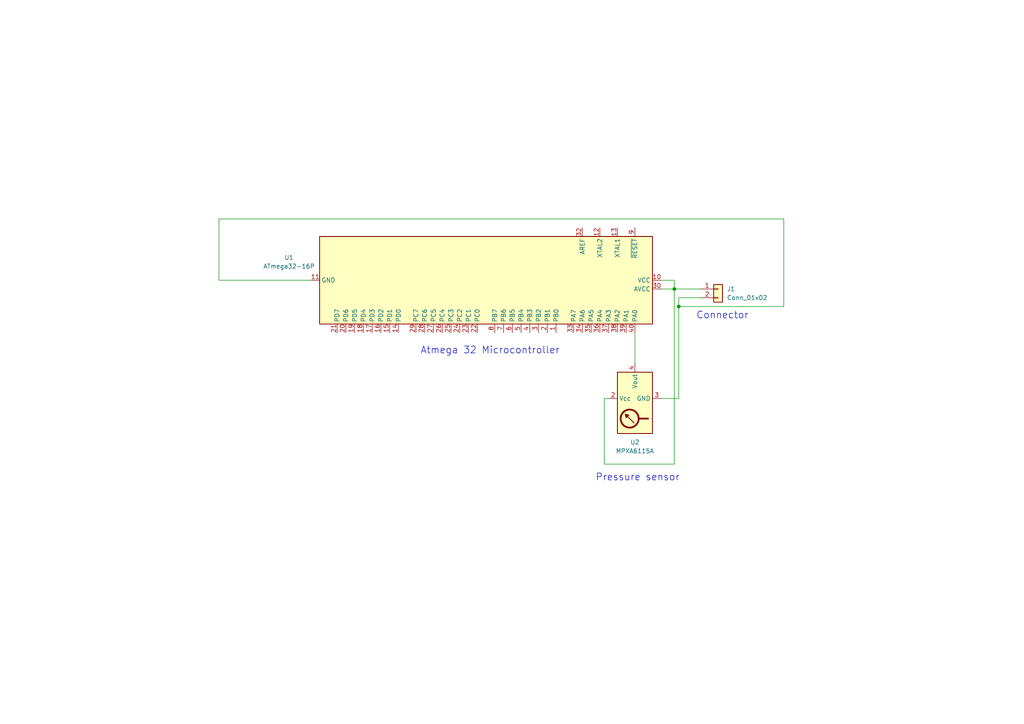
<source format=kicad_sch>
(kicad_sch (version 20211123) (generator eeschema)

  (uuid d0a498f7-e0b2-4185-8113-ef9357f9e508)

  (paper "A4")

  (title_block
    (title "Pressure sensor")
    (company "Group 13")
  )

  (lib_symbols
    (symbol "Connector_Generic:Conn_01x02" (pin_names (offset 1.016) hide) (in_bom yes) (on_board yes)
      (property "Reference" "J" (id 0) (at 0 2.54 0)
        (effects (font (size 1.27 1.27)))
      )
      (property "Value" "Conn_01x02" (id 1) (at 0 -5.08 0)
        (effects (font (size 1.27 1.27)))
      )
      (property "Footprint" "" (id 2) (at 0 0 0)
        (effects (font (size 1.27 1.27)) hide)
      )
      (property "Datasheet" "~" (id 3) (at 0 0 0)
        (effects (font (size 1.27 1.27)) hide)
      )
      (property "ki_keywords" "connector" (id 4) (at 0 0 0)
        (effects (font (size 1.27 1.27)) hide)
      )
      (property "ki_description" "Generic connector, single row, 01x02, script generated (kicad-library-utils/schlib/autogen/connector/)" (id 5) (at 0 0 0)
        (effects (font (size 1.27 1.27)) hide)
      )
      (property "ki_fp_filters" "Connector*:*_1x??_*" (id 6) (at 0 0 0)
        (effects (font (size 1.27 1.27)) hide)
      )
      (symbol "Conn_01x02_1_1"
        (rectangle (start -1.27 -2.413) (end 0 -2.667)
          (stroke (width 0.1524) (type default) (color 0 0 0 0))
          (fill (type none))
        )
        (rectangle (start -1.27 0.127) (end 0 -0.127)
          (stroke (width 0.1524) (type default) (color 0 0 0 0))
          (fill (type none))
        )
        (rectangle (start -1.27 1.27) (end 1.27 -3.81)
          (stroke (width 0.254) (type default) (color 0 0 0 0))
          (fill (type background))
        )
        (pin passive line (at -5.08 0 0) (length 3.81)
          (name "Pin_1" (effects (font (size 1.27 1.27))))
          (number "1" (effects (font (size 1.27 1.27))))
        )
        (pin passive line (at -5.08 -2.54 0) (length 3.81)
          (name "Pin_2" (effects (font (size 1.27 1.27))))
          (number "2" (effects (font (size 1.27 1.27))))
        )
      )
    )
    (symbol "MCU_Microchip_ATmega:ATmega32-16P" (in_bom yes) (on_board yes)
      (property "Reference" "U" (id 0) (at -12.7 49.53 0)
        (effects (font (size 1.27 1.27)) (justify left bottom))
      )
      (property "Value" "ATmega32-16P" (id 1) (at 2.54 -49.53 0)
        (effects (font (size 1.27 1.27)) (justify left top))
      )
      (property "Footprint" "Package_DIP:DIP-40_W15.24mm" (id 2) (at 0 0 0)
        (effects (font (size 1.27 1.27) italic) hide)
      )
      (property "Datasheet" "http://ww1.microchip.com/downloads/en/DeviceDoc/doc2503.pdf" (id 3) (at 0 0 0)
        (effects (font (size 1.27 1.27)) hide)
      )
      (property "ki_keywords" "AVR 8bit Microcontroller MegaAVR" (id 4) (at 0 0 0)
        (effects (font (size 1.27 1.27)) hide)
      )
      (property "ki_description" "16MHz, 32kB Flash, 2kB SRAM, 1kB EEPROM, JTAG, DIP-40" (id 5) (at 0 0 0)
        (effects (font (size 1.27 1.27)) hide)
      )
      (property "ki_fp_filters" "DIP*W15.24mm*" (id 6) (at 0 0 0)
        (effects (font (size 1.27 1.27)) hide)
      )
      (symbol "ATmega32-16P_0_1"
        (rectangle (start -12.7 -48.26) (end 12.7 48.26)
          (stroke (width 0.254) (type default) (color 0 0 0 0))
          (fill (type background))
        )
      )
      (symbol "ATmega32-16P_1_1"
        (pin bidirectional line (at 15.24 20.32 180) (length 2.54)
          (name "PB0" (effects (font (size 1.27 1.27))))
          (number "1" (effects (font (size 1.27 1.27))))
        )
        (pin power_in line (at 0 50.8 270) (length 2.54)
          (name "VCC" (effects (font (size 1.27 1.27))))
          (number "10" (effects (font (size 1.27 1.27))))
        )
        (pin power_in line (at 0 -50.8 90) (length 2.54)
          (name "GND" (effects (font (size 1.27 1.27))))
          (number "11" (effects (font (size 1.27 1.27))))
        )
        (pin output line (at -15.24 33.02 0) (length 2.54)
          (name "XTAL2" (effects (font (size 1.27 1.27))))
          (number "12" (effects (font (size 1.27 1.27))))
        )
        (pin input line (at -15.24 38.1 0) (length 2.54)
          (name "XTAL1" (effects (font (size 1.27 1.27))))
          (number "13" (effects (font (size 1.27 1.27))))
        )
        (pin bidirectional line (at 15.24 -25.4 180) (length 2.54)
          (name "PD0" (effects (font (size 1.27 1.27))))
          (number "14" (effects (font (size 1.27 1.27))))
        )
        (pin bidirectional line (at 15.24 -27.94 180) (length 2.54)
          (name "PD1" (effects (font (size 1.27 1.27))))
          (number "15" (effects (font (size 1.27 1.27))))
        )
        (pin bidirectional line (at 15.24 -30.48 180) (length 2.54)
          (name "PD2" (effects (font (size 1.27 1.27))))
          (number "16" (effects (font (size 1.27 1.27))))
        )
        (pin bidirectional line (at 15.24 -33.02 180) (length 2.54)
          (name "PD3" (effects (font (size 1.27 1.27))))
          (number "17" (effects (font (size 1.27 1.27))))
        )
        (pin bidirectional line (at 15.24 -35.56 180) (length 2.54)
          (name "PD4" (effects (font (size 1.27 1.27))))
          (number "18" (effects (font (size 1.27 1.27))))
        )
        (pin bidirectional line (at 15.24 -38.1 180) (length 2.54)
          (name "PD5" (effects (font (size 1.27 1.27))))
          (number "19" (effects (font (size 1.27 1.27))))
        )
        (pin bidirectional line (at 15.24 17.78 180) (length 2.54)
          (name "PB1" (effects (font (size 1.27 1.27))))
          (number "2" (effects (font (size 1.27 1.27))))
        )
        (pin bidirectional line (at 15.24 -40.64 180) (length 2.54)
          (name "PD6" (effects (font (size 1.27 1.27))))
          (number "20" (effects (font (size 1.27 1.27))))
        )
        (pin bidirectional line (at 15.24 -43.18 180) (length 2.54)
          (name "PD7" (effects (font (size 1.27 1.27))))
          (number "21" (effects (font (size 1.27 1.27))))
        )
        (pin bidirectional line (at 15.24 -2.54 180) (length 2.54)
          (name "PC0" (effects (font (size 1.27 1.27))))
          (number "22" (effects (font (size 1.27 1.27))))
        )
        (pin bidirectional line (at 15.24 -5.08 180) (length 2.54)
          (name "PC1" (effects (font (size 1.27 1.27))))
          (number "23" (effects (font (size 1.27 1.27))))
        )
        (pin bidirectional line (at 15.24 -7.62 180) (length 2.54)
          (name "PC2" (effects (font (size 1.27 1.27))))
          (number "24" (effects (font (size 1.27 1.27))))
        )
        (pin bidirectional line (at 15.24 -10.16 180) (length 2.54)
          (name "PC3" (effects (font (size 1.27 1.27))))
          (number "25" (effects (font (size 1.27 1.27))))
        )
        (pin bidirectional line (at 15.24 -12.7 180) (length 2.54)
          (name "PC4" (effects (font (size 1.27 1.27))))
          (number "26" (effects (font (size 1.27 1.27))))
        )
        (pin bidirectional line (at 15.24 -15.24 180) (length 2.54)
          (name "PC5" (effects (font (size 1.27 1.27))))
          (number "27" (effects (font (size 1.27 1.27))))
        )
        (pin bidirectional line (at 15.24 -17.78 180) (length 2.54)
          (name "PC6" (effects (font (size 1.27 1.27))))
          (number "28" (effects (font (size 1.27 1.27))))
        )
        (pin bidirectional line (at 15.24 -20.32 180) (length 2.54)
          (name "PC7" (effects (font (size 1.27 1.27))))
          (number "29" (effects (font (size 1.27 1.27))))
        )
        (pin bidirectional line (at 15.24 15.24 180) (length 2.54)
          (name "PB2" (effects (font (size 1.27 1.27))))
          (number "3" (effects (font (size 1.27 1.27))))
        )
        (pin power_in line (at 2.54 50.8 270) (length 2.54)
          (name "AVCC" (effects (font (size 1.27 1.27))))
          (number "30" (effects (font (size 1.27 1.27))))
        )
        (pin passive line (at 0 -50.8 90) (length 2.54) hide
          (name "GND" (effects (font (size 1.27 1.27))))
          (number "31" (effects (font (size 1.27 1.27))))
        )
        (pin passive line (at -15.24 27.94 0) (length 2.54)
          (name "AREF" (effects (font (size 1.27 1.27))))
          (number "32" (effects (font (size 1.27 1.27))))
        )
        (pin bidirectional line (at 15.24 25.4 180) (length 2.54)
          (name "PA7" (effects (font (size 1.27 1.27))))
          (number "33" (effects (font (size 1.27 1.27))))
        )
        (pin bidirectional line (at 15.24 27.94 180) (length 2.54)
          (name "PA6" (effects (font (size 1.27 1.27))))
          (number "34" (effects (font (size 1.27 1.27))))
        )
        (pin bidirectional line (at 15.24 30.48 180) (length 2.54)
          (name "PA5" (effects (font (size 1.27 1.27))))
          (number "35" (effects (font (size 1.27 1.27))))
        )
        (pin bidirectional line (at 15.24 33.02 180) (length 2.54)
          (name "PA4" (effects (font (size 1.27 1.27))))
          (number "36" (effects (font (size 1.27 1.27))))
        )
        (pin bidirectional line (at 15.24 35.56 180) (length 2.54)
          (name "PA3" (effects (font (size 1.27 1.27))))
          (number "37" (effects (font (size 1.27 1.27))))
        )
        (pin bidirectional line (at 15.24 38.1 180) (length 2.54)
          (name "PA2" (effects (font (size 1.27 1.27))))
          (number "38" (effects (font (size 1.27 1.27))))
        )
        (pin bidirectional line (at 15.24 40.64 180) (length 2.54)
          (name "PA1" (effects (font (size 1.27 1.27))))
          (number "39" (effects (font (size 1.27 1.27))))
        )
        (pin bidirectional line (at 15.24 12.7 180) (length 2.54)
          (name "PB3" (effects (font (size 1.27 1.27))))
          (number "4" (effects (font (size 1.27 1.27))))
        )
        (pin bidirectional line (at 15.24 43.18 180) (length 2.54)
          (name "PA0" (effects (font (size 1.27 1.27))))
          (number "40" (effects (font (size 1.27 1.27))))
        )
        (pin bidirectional line (at 15.24 10.16 180) (length 2.54)
          (name "PB4" (effects (font (size 1.27 1.27))))
          (number "5" (effects (font (size 1.27 1.27))))
        )
        (pin bidirectional line (at 15.24 7.62 180) (length 2.54)
          (name "PB5" (effects (font (size 1.27 1.27))))
          (number "6" (effects (font (size 1.27 1.27))))
        )
        (pin bidirectional line (at 15.24 5.08 180) (length 2.54)
          (name "PB6" (effects (font (size 1.27 1.27))))
          (number "7" (effects (font (size 1.27 1.27))))
        )
        (pin bidirectional line (at 15.24 2.54 180) (length 2.54)
          (name "PB7" (effects (font (size 1.27 1.27))))
          (number "8" (effects (font (size 1.27 1.27))))
        )
        (pin input line (at -15.24 43.18 0) (length 2.54)
          (name "~{RESET}" (effects (font (size 1.27 1.27))))
          (number "9" (effects (font (size 1.27 1.27))))
        )
      )
    )
    (symbol "Sensor_Pressure:MPXA6115A" (in_bom yes) (on_board yes)
      (property "Reference" "U" (id 0) (at -10.16 6.35 0)
        (effects (font (size 1.27 1.27)) (justify left))
      )
      (property "Value" "MPXA6115A" (id 1) (at 1.27 6.35 0)
        (effects (font (size 1.27 1.27)) (justify left))
      )
      (property "Footprint" "" (id 2) (at -12.7 -8.89 0)
        (effects (font (size 1.27 1.27)) hide)
      )
      (property "Datasheet" "http://www.nxp.com/files/sensors/doc/data_sheet/MPXA6115A.pdf" (id 3) (at 0 15.24 0)
        (effects (font (size 1.27 1.27)) hide)
      )
      (property "ki_keywords" "absolute pressure sensor" (id 4) (at 0 0 0)
        (effects (font (size 1.27 1.27)) hide)
      )
      (property "ki_description" "Absolute pressure sensor, 15 to 115kPa, analog output, integrated signal conditioning, temperature compensated, SO package" (id 5) (at 0 0 0)
        (effects (font (size 1.27 1.27)) hide)
      )
      (symbol "MPXA6115A_0_1"
        (circle (center -5.842 1.524) (radius 2.6162)
          (stroke (width 0.508) (type default) (color 0 0 0 0))
          (fill (type none))
        )
        (polyline
          (pts
            (xy -7.112 0.254)
            (xy -4.572 2.794)
          )
          (stroke (width 0.254) (type default) (color 0 0 0 0))
          (fill (type none))
        )
        (polyline
          (pts
            (xy -5.842 -1.27)
            (xy -5.842 -3.81)
          )
          (stroke (width 0.508) (type default) (color 0 0 0 0))
          (fill (type none))
        )
        (polyline
          (pts
            (xy -4.572 2.794)
            (xy -4.826 1.778)
            (xy -5.588 2.54)
            (xy -4.572 2.794)
          )
          (stroke (width 0.254) (type default) (color 0 0 0 0))
          (fill (type outline))
        )
        (rectangle (start 7.62 5.08) (end -10.16 -5.08)
          (stroke (width 0.254) (type default) (color 0 0 0 0))
          (fill (type background))
        )
      )
      (symbol "MPXA6115A_1_1"
        (pin no_connect line (at 5.08 -5.08 90) (length 2.54) hide
          (name "NC" (effects (font (size 1.27 1.27))))
          (number "1" (effects (font (size 1.27 1.27))))
        )
        (pin power_in line (at 0 7.62 270) (length 2.54)
          (name "Vcc" (effects (font (size 1.27 1.27))))
          (number "2" (effects (font (size 1.27 1.27))))
        )
        (pin power_in line (at 0 -7.62 90) (length 2.54)
          (name "GND" (effects (font (size 1.27 1.27))))
          (number "3" (effects (font (size 1.27 1.27))))
        )
        (pin output line (at 10.16 0 180) (length 2.54)
          (name "Vout" (effects (font (size 1.27 1.27))))
          (number "4" (effects (font (size 1.27 1.27))))
        )
        (pin no_connect line (at -7.62 -5.08 90) (length 2.54) hide
          (name "NC" (effects (font (size 1.27 1.27))))
          (number "5" (effects (font (size 1.27 1.27))))
        )
        (pin no_connect line (at -5.08 -5.08 90) (length 2.54) hide
          (name "NC" (effects (font (size 1.27 1.27))))
          (number "6" (effects (font (size 1.27 1.27))))
        )
        (pin no_connect line (at -2.54 -5.08 90) (length 2.54) hide
          (name "NC" (effects (font (size 1.27 1.27))))
          (number "7" (effects (font (size 1.27 1.27))))
        )
        (pin no_connect line (at 2.54 -5.08 90) (length 2.54) hide
          (name "NC" (effects (font (size 1.27 1.27))))
          (number "8" (effects (font (size 1.27 1.27))))
        )
      )
    )
  )

  (junction (at 195.58 83.82) (diameter 0) (color 0 0 0 0)
    (uuid 3c2557eb-3958-43f4-b4d1-ae6cd5dbb339)
  )
  (junction (at 196.85 88.9) (diameter 0) (color 0 0 0 0)
    (uuid 3d1b1e4a-3daf-410e-8d86-4d2431a26ebe)
  )

  (wire (pts (xy 191.77 81.28) (xy 195.58 81.28))
    (stroke (width 0) (type default) (color 0 0 0 0))
    (uuid 26d23485-dede-47db-9045-425bb7231f6b)
  )
  (wire (pts (xy 195.58 134.62) (xy 195.58 83.82))
    (stroke (width 0) (type default) (color 0 0 0 0))
    (uuid 3a2ca3f4-23c3-4d23-96ab-10d86c0b1473)
  )
  (wire (pts (xy 176.53 115.57) (xy 175.26 115.57))
    (stroke (width 0) (type default) (color 0 0 0 0))
    (uuid 4b595d66-38ce-42cc-93ce-0af27d94f2c1)
  )
  (wire (pts (xy 63.5 63.5) (xy 227.33 63.5))
    (stroke (width 0) (type default) (color 0 0 0 0))
    (uuid 4ee97bff-5e2b-4891-970f-aec7736d63be)
  )
  (wire (pts (xy 175.26 134.62) (xy 195.58 134.62))
    (stroke (width 0) (type default) (color 0 0 0 0))
    (uuid 55ba36af-14d0-468b-bc70-fbf32cb5e8bb)
  )
  (wire (pts (xy 195.58 83.82) (xy 203.2 83.82))
    (stroke (width 0) (type default) (color 0 0 0 0))
    (uuid 59cf7a32-824f-4044-954f-89ab89f91d9f)
  )
  (wire (pts (xy 191.77 115.57) (xy 196.85 115.57))
    (stroke (width 0) (type default) (color 0 0 0 0))
    (uuid 62cd3e69-d8c1-46a7-8356-d906d341b4a4)
  )
  (wire (pts (xy 196.85 115.57) (xy 196.85 88.9))
    (stroke (width 0) (type default) (color 0 0 0 0))
    (uuid 71698d25-7cce-4f4e-ac92-a0a094390bcf)
  )
  (wire (pts (xy 191.77 83.82) (xy 195.58 83.82))
    (stroke (width 0) (type default) (color 0 0 0 0))
    (uuid 7b906b11-8a0d-412c-9285-762be3645338)
  )
  (wire (pts (xy 227.33 88.9) (xy 196.85 88.9))
    (stroke (width 0) (type default) (color 0 0 0 0))
    (uuid bcad8ec7-d295-4995-9c8a-527ce0d50685)
  )
  (wire (pts (xy 184.15 96.52) (xy 184.15 105.41))
    (stroke (width 0) (type default) (color 0 0 0 0))
    (uuid bf0da998-74fc-48b8-a4e0-8af2282974dc)
  )
  (wire (pts (xy 90.17 81.28) (xy 63.5 81.28))
    (stroke (width 0) (type default) (color 0 0 0 0))
    (uuid c78e73ef-5935-4114-a117-a8cc99dcb826)
  )
  (wire (pts (xy 196.85 86.36) (xy 203.2 86.36))
    (stroke (width 0) (type default) (color 0 0 0 0))
    (uuid d748748f-21fd-4bed-9731-5f2d2959685b)
  )
  (wire (pts (xy 196.85 88.9) (xy 196.85 86.36))
    (stroke (width 0) (type default) (color 0 0 0 0))
    (uuid d7cd25dd-42af-48c3-adc5-1ea53c4cc295)
  )
  (wire (pts (xy 63.5 81.28) (xy 63.5 63.5))
    (stroke (width 0) (type default) (color 0 0 0 0))
    (uuid e2dbde0c-54e0-4777-9c87-ae55ca893517)
  )
  (wire (pts (xy 195.58 83.82) (xy 195.58 81.28))
    (stroke (width 0) (type default) (color 0 0 0 0))
    (uuid e6af5ab9-7c5f-46a5-8496-e889591f09ee)
  )
  (wire (pts (xy 175.26 115.57) (xy 175.26 134.62))
    (stroke (width 0) (type default) (color 0 0 0 0))
    (uuid f5a57952-6f9a-4eee-ae1b-5dbac65019c5)
  )
  (wire (pts (xy 227.33 63.5) (xy 227.33 88.9))
    (stroke (width 0) (type default) (color 0 0 0 0))
    (uuid f6ada333-f70d-45a9-98ed-e6392744c3ca)
  )

  (text "Connector" (at 201.93 92.71 0)
    (effects (font (size 2 2)) (justify left bottom))
    (uuid 00aca594-002c-46bb-94cb-f49f7bfd6852)
  )
  (text "Atmega 32 Microcontroller" (at 121.92 102.87 0)
    (effects (font (size 2 2)) (justify left bottom))
    (uuid 49ad82d4-1360-4e0c-96dc-9cded1d446c8)
  )
  (text "Pressure sensor" (at 172.72 139.7 0)
    (effects (font (size 2 2)) (justify left bottom))
    (uuid 716b4478-f93b-4022-809a-d09a3b12c720)
  )

  (symbol (lib_id "MCU_Microchip_ATmega:ATmega32-16P") (at 140.97 81.28 270) (unit 1)
    (in_bom yes) (on_board yes) (fields_autoplaced)
    (uuid 0b162738-d2fe-40dd-8e7a-5758a5b44dbb)
    (property "Reference" "U1" (id 0) (at 83.82 74.7012 90))
    (property "Value" "ATmega32-16P" (id 1) (at 83.82 77.2412 90))
    (property "Footprint" "Package_DIP:DIP-40_W15.24mm" (id 2) (at 140.97 81.28 0)
      (effects (font (size 1.27 1.27) italic) hide)
    )
    (property "Datasheet" "http://ww1.microchip.com/downloads/en/DeviceDoc/doc2503.pdf" (id 3) (at 140.97 81.28 0)
      (effects (font (size 1.27 1.27)) hide)
    )
    (pin "1" (uuid 73253f47-345b-41dd-9f40-97afd69c4aab))
    (pin "10" (uuid 1a7e8536-4252-4f56-9ca6-c65b9933c5b8))
    (pin "11" (uuid 7c939315-2f43-4760-8e3e-b47626c7a3ea))
    (pin "12" (uuid 493c7b9c-2f92-4881-b517-12e8533641d5))
    (pin "13" (uuid 63371fb7-935d-48ea-b353-33cee980f0b6))
    (pin "14" (uuid 08c9f782-bff6-4b5d-9fbe-2588f2132e47))
    (pin "15" (uuid acb1d4e6-a9d9-4eb6-856c-9aa4db26eece))
    (pin "16" (uuid 3c4896f7-a672-426a-b105-e7d026f22158))
    (pin "17" (uuid d736eaac-8d37-4b9a-81fc-6840c43d6305))
    (pin "18" (uuid 475bf74f-337e-428a-9bae-10b7de55a1d0))
    (pin "19" (uuid db46441b-fb24-4c01-9738-bd4a0769eb32))
    (pin "2" (uuid 285c9423-aba3-45a8-a91e-c5dbdac8f3c2))
    (pin "20" (uuid 5a2000ae-636c-4023-a9fe-024b0534f181))
    (pin "21" (uuid 99a328e6-4ac5-4564-94a1-c5a65c0935d4))
    (pin "22" (uuid 42ad3f3a-3612-43af-8975-bec03192d52c))
    (pin "23" (uuid 7d667cdf-393c-424a-9e6f-6ff1a7cba492))
    (pin "24" (uuid a0c19043-ed50-4e00-89f0-2eafb0171d6c))
    (pin "25" (uuid 36da1c7d-b39a-4155-b6f7-ed98a24fe86b))
    (pin "26" (uuid aef00bff-8d83-4fd3-bcbe-66bb6de760da))
    (pin "27" (uuid e0b7c7d3-43ca-4572-b339-e0b6238a0bdb))
    (pin "28" (uuid 13cd552c-b806-47f5-83e2-3aff01b2ac77))
    (pin "29" (uuid c6f523f1-61a6-49bd-895f-d541fc981808))
    (pin "3" (uuid def0e052-9457-4df2-a631-924e37c318fa))
    (pin "30" (uuid 2fc29018-5b24-4305-b6a3-f5b41b171b24))
    (pin "31" (uuid d3ceb3a7-eb1c-4e48-9554-cfd428ba4381))
    (pin "32" (uuid 16372651-6017-4779-ae5f-d1ec65705c07))
    (pin "33" (uuid 467d7612-d0cc-4957-b1ad-407233e4ca04))
    (pin "34" (uuid 83d4976a-79fe-4578-a8da-a1b40aaad911))
    (pin "35" (uuid b71d2c6e-6959-4a8c-8a0e-cdd30ff5544e))
    (pin "36" (uuid 74a61ffb-3693-418f-bd1d-c6b6598fdd71))
    (pin "37" (uuid 5b1f39c2-5449-4c2b-ab78-c0eb4b75e501))
    (pin "38" (uuid cce7c85d-4648-4dc6-aa07-88d65843edf6))
    (pin "39" (uuid 347ae968-40b5-4dce-810c-b1529d23cd5d))
    (pin "4" (uuid 4d15ac56-25cc-47ab-9de2-ac86dd20677e))
    (pin "40" (uuid 186e6e15-5707-4526-bc54-3fabe48cc3ce))
    (pin "5" (uuid 5e0cc3a6-54c4-4c01-b1cc-d9183546e532))
    (pin "6" (uuid 25d11b17-0e58-4fbf-af07-44b518c0bc98))
    (pin "7" (uuid 79cec23f-c6e5-41d1-90e9-1315b550affa))
    (pin "8" (uuid fb2aad9f-5c2d-41e6-abf4-a54cdbea5cdc))
    (pin "9" (uuid 2cec95bf-758c-4dd5-8751-83460db318bf))
  )

  (symbol (lib_id "Sensor_Pressure:MPXA6115A") (at 184.15 115.57 90) (unit 1)
    (in_bom yes) (on_board yes) (fields_autoplaced)
    (uuid 3399ce3f-6874-4d39-9a9a-57d819948e3d)
    (property "Reference" "U2" (id 0) (at 184.15 128.27 90))
    (property "Value" "MPXA6115A" (id 1) (at 184.15 130.81 90))
    (property "Footprint" "Sensor_Pressure:Freescale_98ARH99066A" (id 2) (at 193.04 128.27 0)
      (effects (font (size 1.27 1.27)) hide)
    )
    (property "Datasheet" "http://www.nxp.com/files/sensors/doc/data_sheet/MPXA6115A.pdf" (id 3) (at 168.91 115.57 0)
      (effects (font (size 1.27 1.27)) hide)
    )
    (pin "1" (uuid 815371cd-bc67-44e9-be65-d4e52806bba0))
    (pin "2" (uuid 2b43986b-69bc-4ffe-a6a2-1fcc19eea352))
    (pin "3" (uuid b3d81085-e635-4ab5-8d4b-1914ff3f2962))
    (pin "4" (uuid 78c85a42-94ac-40e0-a8a2-7b6088af07f7))
    (pin "5" (uuid 549ff8ff-bcdf-48b9-bc1c-31129fabaa25))
    (pin "6" (uuid c557b126-611a-49aa-85cf-ff76f1fe73e6))
    (pin "7" (uuid 14eb645d-aae5-4b0e-bb0c-9dcede28b545))
    (pin "8" (uuid 15e9aae7-1c11-4e97-8f21-0ffe384621cc))
  )

  (symbol (lib_id "Connector_Generic:Conn_01x02") (at 208.28 83.82 0) (unit 1)
    (in_bom yes) (on_board yes) (fields_autoplaced)
    (uuid 62beb356-8c3d-4204-a35e-411363bd52c0)
    (property "Reference" "J1" (id 0) (at 210.82 83.8199 0)
      (effects (font (size 1.27 1.27)) (justify left))
    )
    (property "Value" "Conn_01x02" (id 1) (at 210.82 86.3599 0)
      (effects (font (size 1.27 1.27)) (justify left))
    )
    (property "Footprint" "Connector_PinHeader_2.54mm:PinHeader_1x02_P2.54mm_Vertical" (id 2) (at 208.28 83.82 0)
      (effects (font (size 1.27 1.27)) hide)
    )
    (property "Datasheet" "~" (id 3) (at 208.28 83.82 0)
      (effects (font (size 1.27 1.27)) hide)
    )
    (pin "1" (uuid 250734a5-b3f4-4a65-9da7-07a8fbdf6687))
    (pin "2" (uuid 645e804a-f4c7-488b-b52e-e6cafccaa06f))
  )

  (sheet_instances
    (path "/" (page "1"))
  )

  (symbol_instances
    (path "/62beb356-8c3d-4204-a35e-411363bd52c0"
      (reference "J1") (unit 1) (value "Conn_01x02") (footprint "Connector_PinHeader_2.54mm:PinHeader_1x02_P2.54mm_Vertical")
    )
    (path "/0b162738-d2fe-40dd-8e7a-5758a5b44dbb"
      (reference "U1") (unit 1) (value "ATmega32-16P") (footprint "Package_DIP:DIP-40_W15.24mm")
    )
    (path "/3399ce3f-6874-4d39-9a9a-57d819948e3d"
      (reference "U2") (unit 1) (value "MPXA6115A") (footprint "Sensor_Pressure:Freescale_98ARH99066A")
    )
  )
)

</source>
